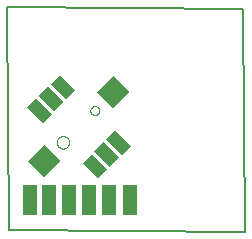
<source format=gtp>
G75*
%MOIN*%
%OFA0B0*%
%FSLAX25Y25*%
%IPPOS*%
%LPD*%
%AMOC8*
5,1,8,0,0,1.08239X$1,22.5*
%
%ADD10C,0.00800*%
%ADD11R,0.07283X0.04331*%
%ADD12R,0.07480X0.07874*%
%ADD13C,0.00000*%
%ADD14R,0.05000X0.10000*%
D10*
X0158833Y0059000D02*
X0158333Y0133378D01*
X0237089Y0132678D01*
X0237589Y0058300D01*
X0158833Y0059000D01*
D11*
G36*
X0188635Y0076241D02*
X0183487Y0081389D01*
X0186549Y0084451D01*
X0191697Y0079303D01*
X0188635Y0076241D01*
G37*
G36*
X0192533Y0080139D02*
X0187385Y0085287D01*
X0190447Y0088349D01*
X0195595Y0083201D01*
X0192533Y0080139D01*
G37*
G36*
X0196430Y0084036D02*
X0191282Y0089184D01*
X0194344Y0092246D01*
X0199492Y0087098D01*
X0196430Y0084036D01*
G37*
G36*
X0170122Y0094754D02*
X0164974Y0099902D01*
X0168036Y0102964D01*
X0173184Y0097816D01*
X0170122Y0094754D01*
G37*
G36*
X0174020Y0098651D02*
X0168872Y0103799D01*
X0171934Y0106861D01*
X0177082Y0101713D01*
X0174020Y0098651D01*
G37*
G36*
X0177917Y0102549D02*
X0172769Y0107697D01*
X0175831Y0110759D01*
X0180979Y0105611D01*
X0177917Y0102549D01*
G37*
D12*
G36*
X0193592Y0099569D02*
X0188303Y0104858D01*
X0193870Y0110425D01*
X0199159Y0105136D01*
X0193592Y0099569D01*
G37*
G36*
X0170597Y0076575D02*
X0165308Y0081864D01*
X0170875Y0087431D01*
X0176164Y0082142D01*
X0170597Y0076575D01*
G37*
D13*
X0174877Y0088211D02*
X0174879Y0088302D01*
X0174885Y0088392D01*
X0174895Y0088483D01*
X0174909Y0088572D01*
X0174927Y0088661D01*
X0174948Y0088750D01*
X0174974Y0088837D01*
X0175003Y0088923D01*
X0175037Y0089007D01*
X0175073Y0089090D01*
X0175114Y0089172D01*
X0175158Y0089251D01*
X0175205Y0089329D01*
X0175256Y0089404D01*
X0175310Y0089477D01*
X0175367Y0089547D01*
X0175427Y0089615D01*
X0175490Y0089681D01*
X0175556Y0089743D01*
X0175625Y0089802D01*
X0175696Y0089859D01*
X0175770Y0089912D01*
X0175846Y0089962D01*
X0175924Y0090009D01*
X0176004Y0090052D01*
X0176085Y0090091D01*
X0176169Y0090127D01*
X0176254Y0090159D01*
X0176340Y0090188D01*
X0176427Y0090212D01*
X0176516Y0090233D01*
X0176605Y0090250D01*
X0176695Y0090263D01*
X0176785Y0090272D01*
X0176876Y0090277D01*
X0176967Y0090278D01*
X0177057Y0090275D01*
X0177148Y0090268D01*
X0177238Y0090257D01*
X0177328Y0090242D01*
X0177417Y0090223D01*
X0177505Y0090201D01*
X0177591Y0090174D01*
X0177677Y0090144D01*
X0177761Y0090110D01*
X0177844Y0090072D01*
X0177925Y0090031D01*
X0178004Y0089986D01*
X0178081Y0089937D01*
X0178155Y0089886D01*
X0178228Y0089831D01*
X0178298Y0089773D01*
X0178365Y0089712D01*
X0178429Y0089648D01*
X0178491Y0089582D01*
X0178550Y0089512D01*
X0178605Y0089441D01*
X0178658Y0089366D01*
X0178707Y0089290D01*
X0178753Y0089212D01*
X0178795Y0089131D01*
X0178834Y0089049D01*
X0178869Y0088965D01*
X0178900Y0088880D01*
X0178927Y0088793D01*
X0178951Y0088706D01*
X0178971Y0088617D01*
X0178987Y0088528D01*
X0178999Y0088438D01*
X0179007Y0088347D01*
X0179011Y0088256D01*
X0179011Y0088166D01*
X0179007Y0088075D01*
X0178999Y0087984D01*
X0178987Y0087894D01*
X0178971Y0087805D01*
X0178951Y0087716D01*
X0178927Y0087629D01*
X0178900Y0087542D01*
X0178869Y0087457D01*
X0178834Y0087373D01*
X0178795Y0087291D01*
X0178753Y0087210D01*
X0178707Y0087132D01*
X0178658Y0087056D01*
X0178605Y0086981D01*
X0178550Y0086910D01*
X0178491Y0086840D01*
X0178429Y0086774D01*
X0178365Y0086710D01*
X0178298Y0086649D01*
X0178228Y0086591D01*
X0178155Y0086536D01*
X0178081Y0086485D01*
X0178004Y0086436D01*
X0177925Y0086391D01*
X0177844Y0086350D01*
X0177761Y0086312D01*
X0177677Y0086278D01*
X0177591Y0086248D01*
X0177505Y0086221D01*
X0177417Y0086199D01*
X0177328Y0086180D01*
X0177238Y0086165D01*
X0177148Y0086154D01*
X0177057Y0086147D01*
X0176967Y0086144D01*
X0176876Y0086145D01*
X0176785Y0086150D01*
X0176695Y0086159D01*
X0176605Y0086172D01*
X0176516Y0086189D01*
X0176427Y0086210D01*
X0176340Y0086234D01*
X0176254Y0086263D01*
X0176169Y0086295D01*
X0176085Y0086331D01*
X0176004Y0086370D01*
X0175924Y0086413D01*
X0175846Y0086460D01*
X0175770Y0086510D01*
X0175696Y0086563D01*
X0175625Y0086620D01*
X0175556Y0086679D01*
X0175490Y0086741D01*
X0175427Y0086807D01*
X0175367Y0086875D01*
X0175310Y0086945D01*
X0175256Y0087018D01*
X0175205Y0087093D01*
X0175158Y0087171D01*
X0175114Y0087250D01*
X0175073Y0087332D01*
X0175037Y0087415D01*
X0175003Y0087499D01*
X0174974Y0087585D01*
X0174948Y0087672D01*
X0174927Y0087761D01*
X0174909Y0087850D01*
X0174895Y0087939D01*
X0174885Y0088030D01*
X0174879Y0088120D01*
X0174877Y0088211D01*
X0186047Y0098789D02*
X0186049Y0098866D01*
X0186055Y0098942D01*
X0186065Y0099018D01*
X0186079Y0099093D01*
X0186096Y0099168D01*
X0186118Y0099241D01*
X0186143Y0099314D01*
X0186173Y0099385D01*
X0186205Y0099454D01*
X0186242Y0099521D01*
X0186281Y0099587D01*
X0186324Y0099650D01*
X0186371Y0099711D01*
X0186420Y0099770D01*
X0186473Y0099826D01*
X0186528Y0099879D01*
X0186586Y0099929D01*
X0186646Y0099976D01*
X0186709Y0100020D01*
X0186774Y0100061D01*
X0186841Y0100098D01*
X0186910Y0100132D01*
X0186980Y0100162D01*
X0187052Y0100188D01*
X0187126Y0100210D01*
X0187200Y0100229D01*
X0187275Y0100244D01*
X0187351Y0100255D01*
X0187427Y0100262D01*
X0187504Y0100265D01*
X0187580Y0100264D01*
X0187657Y0100259D01*
X0187733Y0100250D01*
X0187809Y0100237D01*
X0187883Y0100220D01*
X0187957Y0100200D01*
X0188030Y0100175D01*
X0188101Y0100147D01*
X0188171Y0100115D01*
X0188239Y0100080D01*
X0188305Y0100041D01*
X0188369Y0099999D01*
X0188430Y0099953D01*
X0188490Y0099904D01*
X0188546Y0099853D01*
X0188600Y0099798D01*
X0188651Y0099741D01*
X0188699Y0099681D01*
X0188744Y0099619D01*
X0188785Y0099554D01*
X0188823Y0099488D01*
X0188858Y0099420D01*
X0188888Y0099349D01*
X0188916Y0099278D01*
X0188939Y0099205D01*
X0188959Y0099131D01*
X0188975Y0099056D01*
X0188987Y0098980D01*
X0188995Y0098904D01*
X0188999Y0098827D01*
X0188999Y0098751D01*
X0188995Y0098674D01*
X0188987Y0098598D01*
X0188975Y0098522D01*
X0188959Y0098447D01*
X0188939Y0098373D01*
X0188916Y0098300D01*
X0188888Y0098229D01*
X0188858Y0098158D01*
X0188823Y0098090D01*
X0188785Y0098024D01*
X0188744Y0097959D01*
X0188699Y0097897D01*
X0188651Y0097837D01*
X0188600Y0097780D01*
X0188546Y0097725D01*
X0188490Y0097674D01*
X0188430Y0097625D01*
X0188369Y0097579D01*
X0188305Y0097537D01*
X0188239Y0097498D01*
X0188171Y0097463D01*
X0188101Y0097431D01*
X0188030Y0097403D01*
X0187957Y0097378D01*
X0187883Y0097358D01*
X0187809Y0097341D01*
X0187733Y0097328D01*
X0187657Y0097319D01*
X0187580Y0097314D01*
X0187504Y0097313D01*
X0187427Y0097316D01*
X0187351Y0097323D01*
X0187275Y0097334D01*
X0187200Y0097349D01*
X0187126Y0097368D01*
X0187052Y0097390D01*
X0186980Y0097416D01*
X0186910Y0097446D01*
X0186841Y0097480D01*
X0186774Y0097517D01*
X0186709Y0097558D01*
X0186646Y0097602D01*
X0186586Y0097649D01*
X0186528Y0097699D01*
X0186473Y0097752D01*
X0186420Y0097808D01*
X0186371Y0097867D01*
X0186324Y0097928D01*
X0186281Y0097991D01*
X0186242Y0098057D01*
X0186205Y0098124D01*
X0186173Y0098193D01*
X0186143Y0098264D01*
X0186118Y0098337D01*
X0186096Y0098410D01*
X0186079Y0098485D01*
X0186065Y0098560D01*
X0186055Y0098636D01*
X0186049Y0098712D01*
X0186047Y0098789D01*
D14*
X0185473Y0069130D03*
X0192233Y0069130D03*
X0199103Y0069130D03*
X0178818Y0069100D03*
X0172266Y0069030D03*
X0165914Y0069130D03*
M02*

</source>
